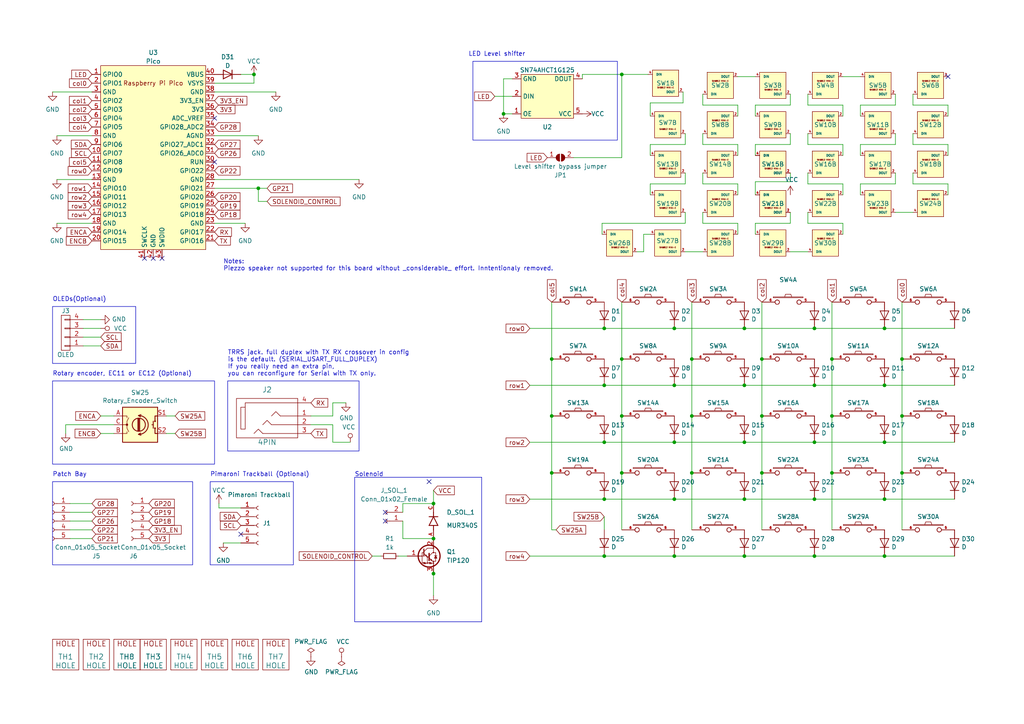
<source format=kicad_sch>
(kicad_sch (version 20230121) (generator eeschema)
  (paper "A4")
  (junction (at 195.58 161.29))
  (junction (at 74.93 54.61))
  (junction (at 180.34 120.65))
  (junction (at 125.73 156.21))
  (junction (at 220.98 120.65))
  (junction (at 256.54 111.76))
  (junction (at 160.02 137.16))
  (junction (at 241.3 104.14))
  (junction (at 215.9 144.78))
  (junction (at 236.22 128.27))
  (junction (at 160.02 104.14))
  (junction (at 195.58 128.27))
  (junction (at 261.62 104.14))
  (junction (at 195.58 111.76))
  (junction (at 195.58 95.25))
  (junction (at 241.3 120.65))
  (junction (at 256.54 128.27))
  (junction (at 236.22 161.29))
  (junction (at 73.66 21.59))
  (junction (at 175.26 95.25))
  (junction (at 256.54 161.29))
  (junction (at 256.54 95.25))
  (junction (at 125.73 166.37))
  (junction (at 215.9 128.27))
  (junction (at 175.26 128.27))
  (junction (at 261.62 120.65))
  (junction (at 215.9 111.76))
  (junction (at 200.66 120.65))
  (junction (at 220.98 104.14))
  (junction (at 215.9 95.25))
  (junction (at 175.26 144.78))
  (junction (at 180.34 104.14))
  (junction (at 180.34 137.16))
  (junction (at 241.3 137.16))
  (junction (at 195.58 144.78))
  (junction (at 175.26 161.29))
  (junction (at 215.9 161.29))
  (junction (at 125.73 146.05))
  (junction (at 236.22 144.78))
  (junction (at 236.22 111.76))
  (junction (at 220.98 137.16))
  (junction (at 261.62 137.16))
  (junction (at 175.26 111.76))
  (junction (at 180.34 21.59))
  (junction (at 256.54 144.78))
  (junction (at 200.66 137.16))
  (junction (at 146.05 33.02))
  (junction (at 236.22 95.25))
  (junction (at 160.02 120.65))
  (junction (at 200.66 104.14))
  (no_connect (at 62.23 46.99))
  (no_connect (at 62.23 34.29))
  (no_connect (at 69.85 154.94))
  (no_connect (at 111.76 148.59))
  (no_connect (at 44.45 74.93))
  (no_connect (at 124.46 139.7))
  (no_connect (at 111.76 151.13))
  (no_connect (at 41.91 74.93))
  (no_connect (at 46.99 74.93))
  (no_connect (at 274.955 22.225))
  (wire (pts (xy 244.475 56.515) (xy 244.475 53.34)))
  (wire (pts (xy 186.69 67.945) (xy 188.595 67.945)))
  (wire (pts (xy 200.66 137.16) (xy 200.66 153.67)))
  (polyline (pts (xy 102.87 180.34) (xy 139.7 180.34)))
  (wire (pts (xy 15.24 26.67) (xy 26.67 26.67)))
  (wire (pts (xy 175.26 128.27) (xy 153.67 128.27)))
  (wire (pts (xy 256.54 144.78) (xy 276.86 144.78)))
  (wire (pts (xy 203.835 30.48) (xy 203.835 27.305)))
  (wire (pts (xy 69.85 21.59) (xy 73.66 21.59)))
  (wire (pts (xy 234.315 53.34) (xy 234.315 50.165)))
  (wire (pts (xy 249.555 30.48) (xy 249.555 33.655)))
  (wire (pts (xy 96.52 123.19) (xy 96.52 128.27)))
  (wire (pts (xy 213.995 45.085) (xy 213.995 41.91)))
  (wire (pts (xy 188.595 29.845) (xy 188.595 33.655)))
  (wire (pts (xy 77.47 54.61) (xy 74.93 54.61)))
  (wire (pts (xy 229.235 52.705) (xy 219.075 52.705)))
  (polyline (pts (xy 139.7 180.34) (xy 139.7 138.43)))
  (wire (pts (xy 195.58 128.27) (xy 175.26 128.27)))
  (wire (pts (xy 244.475 41.91) (xy 234.315 41.91)))
  (wire (pts (xy 180.34 104.14) (xy 180.34 120.65)))
  (wire (pts (xy 175.26 111.76) (xy 153.67 111.76)))
  (wire (pts (xy 198.755 64.77) (xy 174.625 64.77)))
  (wire (pts (xy 175.26 144.78) (xy 153.67 144.78)))
  (wire (pts (xy 259.715 30.48) (xy 249.555 30.48)))
  (wire (pts (xy 259.715 61.595) (xy 264.795 61.595)))
  (wire (pts (xy 24.13 97.79) (xy 29.21 97.79)))
  (wire (pts (xy 125.73 166.37) (xy 125.73 172.72)))
  (wire (pts (xy 219.075 41.91) (xy 219.075 45.085)))
  (wire (pts (xy 186.69 73.025) (xy 186.69 67.945)))
  (wire (pts (xy 48.26 125.73) (xy 50.8 125.73)))
  (wire (pts (xy 174.625 64.77) (xy 174.625 67.945)))
  (wire (pts (xy 96.52 116.84) (xy 96.52 120.65)))
  (wire (pts (xy 198.755 41.91) (xy 188.595 41.91)))
  (wire (pts (xy 198.12 29.845) (xy 188.595 29.845)))
  (wire (pts (xy 219.075 52.705) (xy 219.075 56.515)))
  (wire (pts (xy 244.475 67.945) (xy 244.475 64.77)))
  (wire (pts (xy 203.835 53.34) (xy 203.835 50.165)))
  (wire (pts (xy 256.54 161.29) (xy 276.86 161.29)))
  (wire (pts (xy 188.595 53.34) (xy 188.595 56.515)))
  (wire (pts (xy 200.66 104.14) (xy 200.66 120.65)))
  (wire (pts (xy 261.62 120.65) (xy 261.62 104.14)))
  (wire (pts (xy 62.23 52.07) (xy 104.14 52.07)))
  (wire (pts (xy 215.9 144.78) (xy 236.22 144.78)))
  (wire (pts (xy 148.59 27.94) (xy 143.51 27.94)))
  (wire (pts (xy 198.755 38.735) (xy 198.755 41.91)))
  (wire (pts (xy 33.02 123.19) (xy 19.05 123.19)))
  (wire (pts (xy 168.91 21.59) (xy 180.34 21.59)))
  (wire (pts (xy 236.22 144.78) (xy 256.54 144.78)))
  (wire (pts (xy 146.05 22.86) (xy 148.59 22.86)))
  (wire (pts (xy 241.3 87.63) (xy 241.3 104.14)))
  (wire (pts (xy 256.54 95.25) (xy 236.22 95.25)))
  (wire (pts (xy 116.84 146.05) (xy 116.84 148.59)))
  (wire (pts (xy 200.66 87.63) (xy 200.66 104.14)))
  (wire (pts (xy 73.66 24.13) (xy 73.66 21.59)))
  (wire (pts (xy 249.555 41.91) (xy 249.555 45.085)))
  (wire (pts (xy 90.17 123.19) (xy 96.52 123.19)))
  (wire (pts (xy 229.235 41.91) (xy 219.075 41.91)))
  (wire (pts (xy 274.955 33.655) (xy 274.955 30.48)))
  (wire (pts (xy 63.5 147.32) (xy 69.85 147.32)))
  (wire (pts (xy 215.9 128.27) (xy 236.22 128.27)))
  (wire (pts (xy 195.58 95.25) (xy 175.26 95.25)))
  (wire (pts (xy 16.51 39.37) (xy 26.67 39.37)))
  (wire (pts (xy 180.34 45.72) (xy 180.34 21.59)))
  (wire (pts (xy 220.98 120.65) (xy 220.98 137.16)))
  (wire (pts (xy 29.21 100.33) (xy 24.13 100.33)))
  (wire (pts (xy 213.995 22.225) (xy 219.075 22.225)))
  (wire (pts (xy 229.235 27.305) (xy 229.235 30.48)))
  (wire (pts (xy 264.795 41.91) (xy 264.795 38.735)))
  (wire (pts (xy 249.555 53.34) (xy 249.555 56.515)))
  (wire (pts (xy 264.795 53.34) (xy 264.795 50.165)))
  (wire (pts (xy 115.57 161.29) (xy 118.11 161.29)))
  (wire (pts (xy 26.67 151.13) (xy 20.32 151.13)))
  (wire (pts (xy 241.3 137.16) (xy 241.3 153.67)))
  (wire (pts (xy 184.785 73.025) (xy 186.69 73.025)))
  (wire (pts (xy 175.26 149.86) (xy 175.26 153.67)))
  (wire (pts (xy 213.995 64.77) (xy 203.835 64.77)))
  (wire (pts (xy 96.52 120.65) (xy 90.17 120.65)))
  (wire (pts (xy 195.58 95.25) (xy 215.9 95.25)))
  (wire (pts (xy 244.475 30.48) (xy 234.315 30.48)))
  (wire (pts (xy 274.955 53.34) (xy 264.795 53.34)))
  (wire (pts (xy 213.995 53.34) (xy 203.835 53.34)))
  (wire (pts (xy 219.075 30.48) (xy 219.075 33.655)))
  (wire (pts (xy 213.995 41.91) (xy 203.835 41.91)))
  (wire (pts (xy 259.715 53.34) (xy 249.555 53.34)))
  (wire (pts (xy 264.795 30.48) (xy 264.795 27.305)))
  (wire (pts (xy 198.755 50.165) (xy 198.755 53.34)))
  (wire (pts (xy 200.66 120.65) (xy 200.66 137.16)))
  (wire (pts (xy 259.715 38.735) (xy 259.715 41.91)))
  (wire (pts (xy 274.955 30.48) (xy 264.795 30.48)))
  (wire (pts (xy 96.52 116.84) (xy 100.33 116.84)))
  (wire (pts (xy 29.21 125.73) (xy 33.02 125.73)))
  (wire (pts (xy 229.235 61.595) (xy 229.235 64.77)))
  (wire (pts (xy 244.475 33.655) (xy 244.475 30.48)))
  (wire (pts (xy 195.58 111.76) (xy 215.9 111.76)))
  (wire (pts (xy 175.26 161.29) (xy 195.58 161.29)))
  (wire (pts (xy 244.475 53.34) (xy 234.315 53.34)))
  (wire (pts (xy 198.755 73.025) (xy 203.835 73.025)))
  (wire (pts (xy 274.955 56.515) (xy 274.955 53.34)))
  (wire (pts (xy 256.54 111.76) (xy 276.86 111.76)))
  (wire (pts (xy 160.02 137.16) (xy 160.02 153.67)))
  (wire (pts (xy 229.235 38.735) (xy 229.235 41.91)))
  (wire (pts (xy 234.315 30.48) (xy 234.315 27.305)))
  (wire (pts (xy 24.13 95.25) (xy 29.21 95.25)))
  (wire (pts (xy 236.22 128.27) (xy 256.54 128.27)))
  (wire (pts (xy 26.67 146.05) (xy 20.32 146.05)))
  (wire (pts (xy 74.93 54.61) (xy 74.93 58.42)))
  (wire (pts (xy 203.835 41.91) (xy 203.835 38.735)))
  (wire (pts (xy 198.755 61.595) (xy 198.755 64.77)))
  (wire (pts (xy 236.22 111.76) (xy 256.54 111.76)))
  (wire (pts (xy 188.595 41.91) (xy 188.595 45.085)))
  (wire (pts (xy 241.3 104.14) (xy 241.3 120.65)))
  (wire (pts (xy 220.98 137.16) (xy 220.98 153.67)))
  (wire (pts (xy 26.67 153.67) (xy 20.32 153.67)))
  (wire (pts (xy 48.26 120.65) (xy 50.8 120.65)))
  (wire (pts (xy 160.02 120.65) (xy 160.02 137.16)))
  (wire (pts (xy 219.075 64.77) (xy 219.075 67.945)))
  (wire (pts (xy 213.995 33.655) (xy 213.995 30.48)))
  (wire (pts (xy 213.995 56.515) (xy 213.995 53.34)))
  (wire (pts (xy 220.98 104.14) (xy 220.98 120.65)))
  (wire (pts (xy 198.12 26.67) (xy 198.12 29.845)))
  (wire (pts (xy 220.98 87.63) (xy 220.98 104.14)))
  (wire (pts (xy 259.715 41.91) (xy 249.555 41.91)))
  (wire (pts (xy 180.34 87.63) (xy 180.34 104.14)))
  (wire (pts (xy 215.9 111.76) (xy 236.22 111.76)))
  (wire (pts (xy 180.34 21.59) (xy 187.96 21.59)))
  (wire (pts (xy 213.995 30.48) (xy 203.835 30.48)))
  (wire (pts (xy 146.05 33.02) (xy 148.59 33.02)))
  (polyline (pts (xy 102.87 138.43) (xy 139.7 138.43)))
  (wire (pts (xy 116.84 156.21) (xy 125.73 156.21)))
  (wire (pts (xy 256.54 128.27) (xy 276.86 128.27)))
  (wire (pts (xy 146.05 33.02) (xy 146.05 22.86)))
  (wire (pts (xy 244.475 45.085) (xy 244.475 41.91)))
  (wire (pts (xy 195.58 144.78) (xy 175.26 144.78)))
  (wire (pts (xy 62.23 26.67) (xy 80.01 26.67)))
  (wire (pts (xy 166.37 45.72) (xy 180.34 45.72)))
  (wire (pts (xy 96.52 128.27) (xy 101.6 128.27)))
  (wire (pts (xy 215.9 161.29) (xy 236.22 161.29)))
  (wire (pts (xy 16.51 64.77) (xy 26.67 64.77)))
  (wire (pts (xy 160.02 104.14) (xy 160.02 120.65)))
  (wire (pts (xy 116.84 156.21) (xy 116.84 151.13)))
  (wire (pts (xy 259.715 27.305) (xy 259.715 30.48)))
  (wire (pts (xy 180.34 137.16) (xy 180.34 153.67)))
  (wire (pts (xy 259.715 50.165) (xy 259.715 53.34)))
  (wire (pts (xy 62.23 64.77) (xy 71.12 64.77)))
  (wire (pts (xy 26.67 148.59) (xy 20.32 148.59)))
  (wire (pts (xy 24.13 92.71) (xy 29.21 92.71)))
  (wire (pts (xy 236.22 161.29) (xy 256.54 161.29)))
  (wire (pts (xy 203.835 64.77) (xy 203.835 61.595)))
  (wire (pts (xy 195.58 161.29) (xy 215.9 161.29)))
  (wire (pts (xy 195.58 144.78) (xy 215.9 144.78)))
  (wire (pts (xy 64.77 157.48) (xy 69.85 157.48)))
  (wire (pts (xy 160.02 87.63) (xy 160.02 104.14)))
  (wire (pts (xy 256.54 95.25) (xy 276.86 95.25)))
  (wire (pts (xy 125.73 142.24) (xy 125.73 146.05)))
  (wire (pts (xy 229.235 73.025) (xy 234.315 73.025)))
  (polyline (pts (xy 102.87 138.43) (xy 102.87 180.34)))
  (wire (pts (xy 195.58 128.27) (xy 215.9 128.27)))
  (wire (pts (xy 180.34 120.65) (xy 180.34 137.16)))
  (wire (pts (xy 62.23 24.13) (xy 73.66 24.13)))
  (wire (pts (xy 215.9 95.25) (xy 236.22 95.25)))
  (wire (pts (xy 16.51 52.07) (xy 26.67 52.07)))
  (wire (pts (xy 241.3 137.16) (xy 241.3 120.65)))
  (wire (pts (xy 229.235 50.165) (xy 229.235 52.705)))
  (wire (pts (xy 153.67 161.29) (xy 175.26 161.29)))
  (wire (pts (xy 213.995 67.945) (xy 213.995 64.77)))
  (wire (pts (xy 29.21 120.65) (xy 33.02 120.65)))
  (wire (pts (xy 244.475 64.77) (xy 234.315 64.77)))
  (wire (pts (xy 229.235 30.48) (xy 219.075 30.48)))
  (wire (pts (xy 26.67 156.21) (xy 20.32 156.21)))
  (wire (pts (xy 62.23 39.37) (xy 74.93 39.37)))
  (wire (pts (xy 19.05 123.19) (xy 19.05 125.73)))
  (wire (pts (xy 234.315 41.91) (xy 234.315 38.735)))
  (wire (pts (xy 116.84 146.05) (xy 125.73 146.05)))
  (wire (pts (xy 107.95 161.29) (xy 110.49 161.29)))
  (wire (pts (xy 274.955 41.91) (xy 264.795 41.91)))
  (wire (pts (xy 160.02 153.67) (xy 161.29 153.67)))
  (wire (pts (xy 261.62 104.14) (xy 261.62 87.63)))
  (wire (pts (xy 261.62 120.65) (xy 261.62 137.16)))
  (wire (pts (xy 168.91 21.59) (xy 168.91 22.86)))
  (wire (pts (xy 74.93 54.61) (xy 62.23 54.61)))
  (wire (pts (xy 125.73 165.1) (xy 125.73 166.37)))
  (wire (pts (xy 195.58 111.76) (xy 175.26 111.76)))
  (wire (pts (xy 244.475 22.225) (xy 249.555 22.225)))
  (wire (pts (xy 74.93 58.42) (xy 77.47 58.42)))
  (wire (pts (xy 274.955 45.085) (xy 274.955 41.91)))
  (wire (pts (xy 261.62 137.16) (xy 261.62 153.67)))
  (wire (pts (xy 234.315 64.77) (xy 234.315 61.595)))
  (wire (pts (xy 63.5 146.05) (xy 63.5 147.32)))
  (wire (pts (xy 229.235 64.77) (xy 219.075 64.77)))
  (wire (pts (xy 198.755 53.34) (xy 188.595 53.34)))
  (wire (pts (xy 175.26 95.25) (xy 153.67 95.25)))
  (rectangle (start 15.24 88.9) (end 39.37 105.41))
  (rectangle (start 15.24 110.49) (end 62.23 134.62))
  (rectangle (start 66.04 110.49) (end 104.14 130.81))
  (rectangle (start 15.24 139.7) (end 55.88 163.83))
  (rectangle (start 137.16 17.78) (end 179.07 40.64))
  (rectangle (start 60.96 139.7) (end 85.09 163.83))
  (text "TRRS jack. full duplex with TX RX crossover in config \nis the default. (SERIAL_USART_FULL_DUPLEX)\nIf you really need an extra pin, \nyou can reconfigure for Serial with TX only." (at 66.04 109.22 0) (effects (font (size 1.27 1.27)) (justify left bottom)))
  (text "Pimaroni Trackball (Optional)\n" (at 60.96 138.43 0) (effects (font (size 1.27 1.27)) (justify left bottom)))
  (text "Solenoid" (at 102.87 138.43 0) (effects (font (size 1.27 1.27)) (justify left bottom)))
  (text "Rotary encoder, EC11 or EC12 (Optional)\n" (at 15.24 109.22 0) (effects (font (size 1.27 1.27)) (justify left bottom)))
  (text "LED Level shifter" (at 152.4 16.51 0) (effects (font (size 1.27 1.27)) (justify right bottom)))
  (text "OLEDs(Optional)\n" (at 15.24 87.63 0) (effects (font (size 1.27 1.27)) (justify left bottom)))
  (text "Patch Bay" (at 15.24 138.43 0) (effects (font (size 1.27 1.27)) (justify left bottom)))
  (text "Notes:\nPiezzo speaker not supported for this board without _considerable_ effort. Inntentionaly removed.\n" (at 64.77 78.74 0) (effects (font (size 1.27 1.27)) (justify left bottom)))
  (global_label "SDA" (shape input) (at 29.21 100.33 0) (property "Intersheetrefs" "${INTERSHEET_REFS}" (effects hide)))
  (global_label "SCL" (shape input) (at 29.21 97.79 0) (property "Intersheetrefs" "${INTERSHEET_REFS}" (effects hide)))
  (global_label "GP19" (shape input) (at 62.23 59.69 0) (property "Intersheetrefs" "${INTERSHEET_REFS}" (effects hide)))
  (global_label "GP26" (shape input) (at 26.67 151.13 0) (property "Intersheetrefs" "${INTERSHEET_REFS}" (effects hide)))
  (global_label "3V3" (shape input) (at 62.23 31.75 0) (property "Intersheetrefs" "${INTERSHEET_REFS}" (effects hide)))
  (global_label "row2" (shape input) (at 153.67 128.27 180) (property "Intersheetrefs" "${INTERSHEET_REFS}" (effects hide)))
  (global_label "SW25A" (shape input) (at 161.29 153.67 0) (property "Intersheetrefs" "${INTERSHEET_REFS}" (effects hide)))
  (global_label "col0" (shape input) (at 261.62 87.63 90) (property "Intersheetrefs" "${INTERSHEET_REFS}" (effects hide)))
  (global_label "GP18" (shape input) (at 43.18 151.13 0) (property "Intersheetrefs" "${INTERSHEET_REFS}" (effects hide)))
  (global_label "col2" (shape input) (at 26.67 31.75 180) (property "Intersheetrefs" "${INTERSHEET_REFS}" (effects hide)))
  (global_label "col0" (shape input) (at 26.67 24.13 180) (property "Intersheetrefs" "${INTERSHEET_REFS}" (effects hide)))
  (global_label "GP27" (shape input) (at 62.23 41.91 0) (property "Intersheetrefs" "${INTERSHEET_REFS}" (effects hide)))
  (global_label "GP27" (shape input) (at 26.67 148.59 0) (property "Intersheetrefs" "${INTERSHEET_REFS}" (effects hide)))
  (global_label "col4" (shape input) (at 26.67 36.83 180) (property "Intersheetrefs" "${INTERSHEET_REFS}" (effects hide)))
  (global_label "GP22" (shape input) (at 62.23 49.53 0) (property "Intersheetrefs" "${INTERSHEET_REFS}" (effects hide)))
  (global_label "GP22" (shape input) (at 26.67 153.67 0) (property "Intersheetrefs" "${INTERSHEET_REFS}" (effects hide)))
  (global_label "row1" (shape input) (at 26.67 54.61 180) (property "Intersheetrefs" "${INTERSHEET_REFS}" (effects hide)))
  (global_label "SOLENOID_CONTROL" (shape input) (at 77.47 58.42 0) (property "Intersheetrefs" "${INTERSHEET_REFS}" (effects hide)))
  (global_label "ENCA" (shape input) (at 26.67 67.31 180) (property "Intersheetrefs" "${INTERSHEET_REFS}" (effects hide)))
  (global_label "TX" (shape input) (at 90.17 125.73 0) (property "Intersheetrefs" "${INTERSHEET_REFS}" (effects hide)))
  (global_label "ENCB" (shape input) (at 29.21 125.73 180) (property "Intersheetrefs" "${INTERSHEET_REFS}" (effects hide)))
  (global_label "row4" (shape input) (at 153.67 161.29 180) (property "Intersheetrefs" "${INTERSHEET_REFS}" (effects hide)))
  (global_label "row0" (shape input) (at 153.67 95.25 180) (property "Intersheetrefs" "${INTERSHEET_REFS}" (effects hide)))
  (global_label "col4" (shape input) (at 180.34 87.63 90) (property "Intersheetrefs" "${INTERSHEET_REFS}" (effects hide)))
  (global_label "LED" (shape input) (at 158.75 45.72 180) (property "Intersheetrefs" "${INTERSHEET_REFS}" (effects hide)))
  (global_label "ENCB" (shape input) (at 26.67 69.85 180) (property "Intersheetrefs" "${INTERSHEET_REFS}" (effects hide)))
  (global_label "SCL" (shape input) (at 69.85 152.4 180) (property "Intersheetrefs" "${INTERSHEET_REFS}" (effects hide)))
  (global_label "col2" (shape input) (at 220.98 87.63 90) (property "Intersheetrefs" "${INTERSHEET_REFS}" (effects hide)))
  (global_label "col3" (shape input) (at 26.67 34.29 180) (property "Intersheetrefs" "${INTERSHEET_REFS}" (effects hide)))
  (global_label "GP20" (shape input) (at 62.23 57.15 0) (property "Intersheetrefs" "${INTERSHEET_REFS}" (effects hide)))
  (global_label "LED" (shape input) (at 26.67 21.59 180) (property "Intersheetrefs" "${INTERSHEET_REFS}" (effects hide)))
  (global_label "SDA" (shape input) (at 69.85 149.86 180) (property "Intersheetrefs" "${INTERSHEET_REFS}" (effects hide)))
  (global_label "GP19" (shape input) (at 43.18 148.59 0) (property "Intersheetrefs" "${INTERSHEET_REFS}" (effects hide)))
  (global_label "row3" (shape input) (at 153.67 144.78 180) (property "Intersheetrefs" "${INTERSHEET_REFS}" (effects hide)))
  (global_label "row2" (shape input) (at 26.67 57.15 180) (property "Intersheetrefs" "${INTERSHEET_REFS}" (effects hide)))
  (global_label "col5" (shape input) (at 160.02 87.63 90) (property "Intersheetrefs" "${INTERSHEET_REFS}" (effects hide)))
  (global_label "GP21" (shape input) (at 77.47 54.61 0) (property "Intersheetrefs" "${INTERSHEET_REFS}" (effects hide)))
  (global_label "3V3" (shape input) (at 43.18 156.21 0) (property "Intersheetrefs" "${INTERSHEET_REFS}" (effects hide)))
  (global_label "GP20" (shape input) (at 43.18 146.05 0) (property "Intersheetrefs" "${INTERSHEET_REFS}" (effects hide)))
  (global_label "GP21" (shape input) (at 26.67 156.21 0) (property "Intersheetrefs" "${INTERSHEET_REFS}" (effects hide)))
  (global_label "RX" (shape input) (at 62.23 67.31 0) (property "Intersheetrefs" "${INTERSHEET_REFS}" (effects hide)))
  (global_label "3V3_EN" (shape input) (at 62.23 29.21 0) (property "Intersheetrefs" "${INTERSHEET_REFS}" (effects hide)))
  (global_label "col1" (shape input) (at 26.67 29.21 180) (property "Intersheetrefs" "${INTERSHEET_REFS}" (effects hide)))
  (global_label "GP18" (shape input) (at 62.23 62.23 0) (property "Intersheetrefs" "${INTERSHEET_REFS}" (effects hide)))
  (global_label "GP26" (shape input) (at 62.23 44.45 0) (property "Intersheetrefs" "${INTERSHEET_REFS}" (effects hide)))
  (global_label "col5" (shape input) (at 26.67 46.99 180) (property "Intersheetrefs" "${INTERSHEET_REFS}" (effects hide)))
  (global_label "ENCA" (shape input) (at 29.21 120.65 180) (property "Intersheetrefs" "${INTERSHEET_REFS}" (effects hide)))
  (global_label "SW25B" (shape input) (at 175.26 149.86 180) (property "Intersheetrefs" "${INTERSHEET_REFS}" (effects hide)))
  (global_label "SCL" (shape input) (at 26.67 44.45 180) (property "Intersheetrefs" "${INTERSHEET_REFS}" (effects hide)))
  (global_label "SOLENOID_CONTROL" (shape input) (at 107.95 161.29 180) (property "Intersheetrefs" "${INTERSHEET_REFS}" (effects hide)))
  (global_label "GP28" (shape input) (at 62.23 36.83 0) (property "Intersheetrefs" "${INTERSHEET_REFS}" (effects hide)))
  (global_label "VCC" (shape input) (at 125.73 142.24 0) (property "Intersheetrefs" "${INTERSHEET_REFS}" (effects hide)))
  (global_label "col3" (shape input) (at 200.66 87.63 90) (property "Intersheetrefs" "${INTERSHEET_REFS}" (effects hide)))
  (global_label "row3" (shape input) (at 26.67 59.69 180) (property "Intersheetrefs" "${INTERSHEET_REFS}" (effects hide)))
  (global_label "LED" (shape input) (at 143.51 27.94 180) (property "Intersheetrefs" "${INTERSHEET_REFS}" (effects hide)))
  (global_label "SW25B" (shape input) (at 50.8 125.73 0) (property "Intersheetrefs" "${INTERSHEET_REFS}" (effects hide)))
  (global_label "SDA" (shape input) (at 26.67 41.91 180) (property "Intersheetrefs" "${INTERSHEET_REFS}" (effects hide)))
  (global_label "row1" (shape input) (at 153.67 111.76 180) (property "Intersheetrefs" "${INTERSHEET_REFS}" (effects hide)))
  (global_label "row4" (shape input) (at 26.67 62.23 180) (property "Intersheetrefs" "${INTERSHEET_REFS}" (effects hide)))
  (global_label "TX" (shape input) (at 62.23 69.85 0) (property "Intersheetrefs" "${INTERSHEET_REFS}" (effects hide)))
  (global_label "row0" (shape input) (at 26.67 49.53 180) (property "Intersheetrefs" "${INTERSHEET_REFS}" (effects hide)))
  (global_label "3V3_EN" (shape input) (at 43.18 153.67 0) (property "Intersheetrefs" "${INTERSHEET_REFS}" (effects hide)))
  (global_label "SW25A" (shape input) (at 50.8 120.65 0) (property "Intersheetrefs" "${INTERSHEET_REFS}" (effects hide)))
  (global_label "RX" (shape input) (at 90.17 116.84 0) (property "Intersheetrefs" "${INTERSHEET_REFS}" (effects hide)))
  (global_label "col1" (shape input) (at 241.3 87.63 90) (property "Intersheetrefs" "${INTERSHEET_REFS}" (effects hide)))
  (global_label "GP28" (shape input) (at 26.67 146.05 0) (property "Intersheetrefs" "${INTERSHEET_REFS}" (effects hide)))
  (symbol (lib_id "SofleKeyboard:SW_PUSH_LED") (at 187.96 153.67 0) (unit 1)
    (property "Reference" "SW26" (at 187.96 149.86 0))
    (property "Value" "SW_PUSH_LED" (effects hide))
    (property "Footprint" "sofle_v3b:Cherry_MX_DS_Hotswap_miniE_1U_v3.03" (effects hide))
  )
  (symbol (lib_id "SofleKeyboard:SW_PUSH_LED") (at 167.64 87.63 0) (unit 1)
    (property "Reference" "SW1" (at 167.64 83.82 0))
    (property "Value" "SW_PUSH_LED" (effects hide))
    (property "Footprint" "sofle_v3b:Cherry_MX_DS_Hotswap_miniE_1U_v3.03" (effects hide))
  )
  (symbol (lib_id "SofleKeyboard-rescue:D-Lily58-cache-Lily58_Pro-rescue") (at 175.26 91.44 90) (unit 1)
    (property "Reference" "D1" (at 177.2666 90.2716 90) (effects (justify right)))
    (property "Value" "D" (at 177.2666 92.583 90) (effects (justify right)))
    (property "Footprint" "sofle_v3b:D_SOD-123_DO-35_Hybrid_DoubleSided_V2" (effects hide))
  )
  (symbol (lib_id "SofleKeyboard:SW_PUSH_LED") (at 187.96 87.63 0) (unit 1)
    (property "Reference" "SW2" (at 187.96 83.82 0))
    (property "Value" "SW_PUSH_LED" (effects hide))
    (property "Footprint" "sofle_v3b:Cherry_MX_DS_Hotswap_miniE_1U_v3.03" (effects hide))
  )
  (symbol (lib_id "SofleKeyboard-rescue:D-Lily58-cache-Lily58_Pro-rescue") (at 195.58 91.44 90) (unit 1)
    (property "Reference" "D2" (at 197.5866 90.2716 90) (effects (justify right)))
    (property "Value" "D" (at 197.5866 92.583 90) (effects (justify right)))
    (property "Footprint" "sofle_v3b:D_SOD-123_DO-35_Hybrid_DoubleSided_V2" (effects hide))
  )
  (symbol (lib_id "SofleKeyboard:SW_PUSH_LED") (at 208.28 87.63 0) (unit 1)
    (property "Reference" "SW3" (at 208.28 83.82 0))
    (property "Value" "SW_PUSH_LED" (effects hide))
    (property "Footprint" "sofle_v3b:Cherry_MX_DS_Hotswap_miniE_1U_v3.03" (effects hide))
  )
  (symbol (lib_id "SofleKeyboard-rescue:D-Lily58-cache-Lily58_Pro-rescue") (at 215.9 91.44 90) (unit 1)
    (property "Reference" "D3" (at 217.9066 90.2716 90) (effects (justify right)))
    (property "Value" "D" (at 217.9066 92.583 90) (effects (justify right)))
    (property "Footprint" "sofle_v3b:D_SOD-123_DO-35_Hybrid_DoubleSided_V2" (effects hide))
  )
  (symbol (lib_id "SofleKeyboard:SW_PUSH_LED") (at 228.6 87.63 0) (unit 1)
    (property "Reference" "SW4" (at 228.6 81.153 0))
    (property "Value" "SW_PUSH_LED" (effects hide))
    (property "Footprint" "sofle_v3b:Cherry_MX_DS_Hotswap_miniE_1U_v3.03" (effects hide))
  )
  (symbol (lib_id "SofleKeyboard-rescue:D-Lily58-cache-Lily58_Pro-rescue") (at 236.22 91.44 90) (unit 1)
    (property "Reference" "D4" (at 238.2266 90.2716 90) (effects (justify right)))
    (property "Value" "D" (at 238.2266 92.583 90) (effects (justify right)))
    (property "Footprint" "sofle_v3b:D_SOD-123_DO-35_Hybrid_DoubleSided_V2" (effects hide))
  )
  (symbol (lib_id "SofleKeyboard:SW_PUSH_LED") (at 248.92 87.63 0) (unit 1)
    (property "Reference" "SW5" (at 248.92 83.82 0))
    (property "Value" "SW_PUSH_LED" (effects hide))
    (property "Footprint" "sofle_v3b:Cherry_MX_DS_Hotswap_miniE_1U_v3.03" (effects hide))
  )
  (symbol (lib_id "SofleKeyboard-rescue:D-Lily58-cache-Lily58_Pro-rescue") (at 256.54 91.44 90) (unit 1)
    (property "Reference" "D5" (at 258.5466 90.2716 90) (effects (justify right)))
    (property "Value" "D" (at 258.5466 92.583 90) (effects (justify right)))
    (property "Footprint" "sofle_v3b:D_SOD-123_DO-35_Hybrid_DoubleSided_V2" (effects hide))
  )
  (symbol (lib_id "SofleKeyboard:SW_PUSH_LED") (at 269.24 87.63 0) (unit 1)
    (property "Reference" "SW6" (at 269.24 83.82 0))
    (property "Value" "SW_PUSH_LED" (effects hide))
    (property "Footprint" "sofle_v3b:Cherry_MX_DS_Hotswap_miniE_1U_v3.03" (effects hide))
  )
  (symbol (lib_id "SofleKeyboard-rescue:D-Lily58-cache-Lily58_Pro-rescue") (at 276.86 91.44 90) (unit 1)
    (property "Reference" "D6" (at 278.8666 90.2716 90) (effects (justify right)))
    (property "Value" "D" (at 278.8666 92.583 90) (effects (justify right)))
    (property "Footprint" "sofle_v3b:D_SOD-123_DO-35_Hybrid_DoubleSided_V2" (effects hide))
  )
  (symbol (lib_id "SofleKeyboard:SW_PUSH_LED") (at 187.96 104.14 0) (unit 1)
    (property "Reference" "SW8" (at 187.96 100.33 0))
    (property "Value" "SW_PUSH_LED" (effects hide))
    (property "Footprint" "sofle_v3b:Cherry_MX_DS_Hotswap_miniE_1U_v3.03" (effects hide))
  )
  (symbol (lib_id "SofleKeyboard:SW_PUSH_LED") (at 208.28 104.14 0) (unit 1)
    (property "Reference" "SW9" (at 208.28 100.33 0))
    (property "Value" "SW_PUSH_LED" (effects hide))
    (property "Footprint" "sofle_v3b:Cherry_MX_DS_Hotswap_miniE_1U_v3.03" (effects hide))
  )
  (symbol (lib_id "SofleKeyboard:SW_PUSH_LED") (at 228.6 104.14 0) (unit 1)
    (property "Reference" "SW10" (at 228.6 100.33 0))
    (property "Value" "SW_PUSH_LED" (effects hide))
    (property "Footprint" "sofle_v3b:Cherry_MX_DS_Hotswap_miniE_1U_v3.03" (effects hide))
  )
  (symbol (lib_id "SofleKeyboard:SW_PUSH_LED") (at 248.92 104.14 0) (unit 1)
    (property "Reference" "SW11" (at 248.92 100.33 0))
    (property "Value" "SW_PUSH_LED" (effects hide))
    (property "Footprint" "sofle_v3b:Cherry_MX_DS_Hotswap_miniE_1U_v3.03" (effects hide))
  )
  (symbol (lib_id "SofleKeyboard:SW_PUSH_LED") (at 269.24 104.14 0) (unit 1)
    (property "Reference" "SW12" (at 269.24 100.33 0))
    (property "Value" "SW_PUSH_LED" (effects hide))
    (property "Footprint" "sofle_v3b:Cherry_MX_DS_Hotswap_miniE_1U_v3.03" (effects hide))
  )
  (symbol (lib_id "SofleKeyboard:SW_PUSH_LED") (at 167.64 104.14 0) (unit 1)
    (property "Reference" "SW7" (at 167.64 100.33 0))
    (property "Value" "SW_PUSH_LED" (effects hide))
    (property "Footprint" "sofle_v3b:Cherry_MX_DS_Hotswap_miniE_1U_v3.03" (effects hide))
  )
  (symbol (lib_id "SofleKeyboard-rescue:D-Lily58-cache-Lily58_Pro-rescue") (at 175.26 107.95 90) (unit 1)
    (property "Reference" "D7" (at 177.2666 106.7816 90) (effects (justify right)))
    (property "Value" "D" (at 177.2666 109.093 90) (effects (justify right)))
    (property "Footprint" "sofle_v3b:D_SOD-123_DO-35_Hybrid_DoubleSided_V2" (effects hide))
  )
  (symbol (lib_id "SofleKeyboard-rescue:D-Lily58-cache-Lily58_Pro-rescue") (at 195.58 107.95 90) (unit 1)
    (property "Reference" "D8" (at 197.5866 106.7816 90) (effects (justify right)))
    (property "Value" "D" (at 197.5866 109.093 90) (effects (justify right)))
    (property "Footprint" "sofle_v3b:D_SOD-123_DO-35_Hybrid_DoubleSided_V2" (effects hide))
  )
  (symbol (lib_id "SofleKeyboard-rescue:D-Lily58-cache-Lily58_Pro-rescue") (at 215.9 107.95 90) (unit 1)
    (property "Reference" "D9" (at 217.9066 106.7816 90) (effects (justify right)))
    (property "Value" "D" (at 217.9066 109.093 90) (effects (justify right)))
    (property "Footprint" "sofle_v3b:D_SOD-123_DO-35_Hybrid_DoubleSided_V2" (effects hide))
  )
  (symbol (lib_id "SofleKeyboard-rescue:D-Lily58-cache-Lily58_Pro-rescue") (at 236.22 107.95 90) (unit 1)
    (property "Reference" "D10" (at 238.2266 106.7816 90) (effects (justify right)))
    (property "Value" "D" (at 238.2266 109.093 90) (effects (justify right)))
    (property "Footprint" "sofle_v3b:D_SOD-123_DO-35_Hybrid_DoubleSided_V2" (effects hide))
  )
  (symbol (lib_id "SofleKeyboard-rescue:D-Lily58-cache-Lily58_Pro-rescue") (at 256.54 107.95 90) (unit 1)
    (property "Reference" "D11" (at 258.5466 106.7816 90) (effects (justify right)))
    (property "Value" "D" (at 258.5466 109.093 90) (effects (justify right)))
    (property "Footprint" "sofle_v3b:D_SOD-123_DO-35_Hybrid_DoubleSided_V2" (effects hide))
  )
  (symbol (lib_id "SofleKeyboard-rescue:D-Lily58-cache-Lily58_Pro-rescue") (at 276.86 107.95 90) (unit 1)
    (property "Reference" "D12" (at 278.8666 106.7816 90) (effects (justify right)))
    (property "Value" "D" (at 278.8666 109.093 90) (effects (justify right)))
    (property "Footprint" "sofle_v3b:D_SOD-123_DO-35_Hybrid_DoubleSided_V2" (effects hide))
  )
  (symbol (lib_id "SofleKeyboard:SW_PUSH_LED") (at 167.64 120.65 0) (unit 1)
    (property "Reference" "SW13" (at 167.64 116.84 0))
    (property "Value" "SW_PUSH_LED" (effects hide))
    (property "Footprint" "sofle_v3b:Cherry_MX_DS_Hotswap_miniE_1U_v3.03" (effects hide))
  )
  (symbol (lib_id "SofleKeyboard:SW_PUSH_LED") (at 187.96 120.65 0) (unit 1)
    (property "Reference" "SW14" (at 187.96 116.84 0))
    (property "Value" "SW_PUSH_LED" (effects hide))
    (property "Footprint" "sofle_v3b:Cherry_MX_DS_Hotswap_miniE_1U_v3.03" (effects hide))
  )
  (symbol (lib_id "SofleKeyboard:SW_PUSH_LED") (at 208.28 120.65 0) (unit 1)
    (property "Reference" "SW15" (at 208.28 116.84 0))
    (property "Value" "SW_PUSH_LED" (effects hide))
    (property "Footprint" "sofle_v3b:Cherry_MX_DS_Hotswap_miniE_1U_v3.03" (effects hide))
  )
  (symbol (lib_id "SofleKeyboard:SW_PUSH_LED") (at 228.6 120.65 0) (unit 1)
    (property "Reference" "SW16" (at 228.6 116.84 0))
    (property "Value" "SW_PUSH_LED" (effects hide))
    (property "Footprint" "sofle_v3b:Cherry_MX_DS_Hotswap_miniE_1U_v3.03" (effects hide))
  )
  (symbol (lib_id "SofleKeyboard:SW_PUSH_LED") (at 248.92 120.65 0) (unit 1)
    (property "Reference" "SW17" (at 248.92 116.84 0))
    (property "Value" "SW_PUSH_LED" (effects hide))
    (property "Footprint" "sofle_v3b:Cherry_MX_DS_Hotswap_miniE_1U_v3.03" (effects hide))
  )
  (symbol (lib_id "SofleKeyboard:SW_PUSH_LED") (at 269.24 120.65 0) (unit 1)
    (property "Reference" "SW18" (at 269.24 116.84 0))
    (property "Value" "SW_PUSH_LED" (effects hide))
    (property "Footprint" "sofle_v3b:Cherry_MX_DS_Hotswap_miniE_1U_v3.03" (effects hide))
  )
  (symbol (lib_id "SofleKeyboard-rescue:D-Lily58-cache-Lily58_Pro-rescue") (at 175.26 124.46 90) (unit 1)
    (property "Reference" "D13" (at 177.2666 123.2916 90) (effects (justify right)))
    (property "Value" "D" (at 177.2666 125.603 90) (effects (justify right)))
    (property "Footprint" "sofle_v3b:D_SOD-123_DO-35_Hybrid_DoubleSided_V2" (effects hide))
  )
  (symbol (lib_id "SofleKeyboard-rescue:D-Lily58-cache-Lily58_Pro-rescue") (at 195.58 124.46 90) (unit 1)
    (property "Reference" "D14" (at 197.5866 123.2916 90) (effects (justify right)))
    (property "Value" "D" (at 197.5866 125.603 90) (effects (justify right)))
    (property "Footprint" "sofle_v3b:D_SOD-123_DO-35_Hybrid_DoubleSided_V2" (effects hide))
  )
  (symbol (lib_id "SofleKeyboard-rescue:D-Lily58-cache-Lily58_Pro-rescue") (at 215.9 124.46 90) (unit 1)
    (property "Reference" "D15" (at 217.9066 123.2916 90) (effects (justify right)))
    (property "Value" "D" (at 217.9066 125.603 90) (effects (justify right)))
    (property "Footprint" "sofle_v3b:D_SOD-123_DO-35_Hybrid_DoubleSided_V2" (effects hide))
  )
  (symbol (lib_id "SofleKeyboard-rescue:D-Lily58-cache-Lily58_Pro-rescue") (at 236.22 124.46 90) (unit 1)
    (property "Reference" "D16" (at 238.2266 123.2916 90) (effects (justify right)))
    (property "Value" "D" (at 238.2266 125.603 90) (effects (justify right)))
    (property "Footprint" "sofle_v3b:D_SOD-123_DO-35_Hybrid_DoubleSided_V2" (effects hide))
  )
  (symbol (lib_id "SofleKeyboard-rescue:D-Lily58-cache-Lily58_Pro-rescue") (at 256.54 124.46 90) (unit 1)
    (property "Reference" "D17" (at 258.5466 123.2916 90) (effects (justify right)))
    (property "Value" "D" (at 258.5466 125.603 90) (effects (justify right)))
    (property "Footprint" "sofle_v3b:D_SOD-123_DO-35_Hybrid_DoubleSided_V2" (effects hide))
  )
  (symbol (lib_id "SofleKeyboard-rescue:D-Lily58-cache-Lily58_Pro-rescue") (at 276.86 124.46 90) (unit 1)
    (property "Reference" "D18" (at 278.8666 123.2916 90) (effects (justify right)))
    (property "Value" "D" (at 278.8666 125.603 90) (effects (justify right)))
    (property "Footprint" "sofle_v3b:D_SOD-123_DO-35_Hybrid_DoubleSided_V2" (effects hide))
  )
  (symbol (lib_id "SofleKeyboard:SW_PUSH_LED") (at 208.28 137.16 0) (unit 1)
    (property "Reference" "SW21" (at 208.28 133.35 0))
    (property "Value" "SW_PUSH_LED" (effects hide))
    (property "Footprint" "sofle_v3b:Cherry_MX_DS_Hotswap_miniE_1U_v3.03" (effects hide))
  )
  (symbol (lib_id "SofleKeyboard:SW_PUSH_LED") (at 228.6 137.16 0) (unit 1)
    (property "Reference" "SW22" (at 228.6 133.35 0))
    (property "Value" "SW_PUSH_LED" (effects hide))
    (property "Footprint" "sofle_v3b:Cherry_MX_DS_Hotswap_miniE_1U_v3.03" (effects hide))
  )
  (symbol (lib_id "SofleKeyboard:SW_PUSH_LED") (at 248.92 137.16 0) (unit 1)
    (property "Reference" "SW23" (at 248.92 133.35 0))
    (property "Value" "SW_PUSH_LED" (effects hide))
    (property "Footprint" "sofle_v3b:Cherry_MX_DS_Hotswap_miniE_1U_v3.03" (effects hide))
  )
  (symbol (lib_id "SofleKeyboard:SW_PUSH_LED") (at 269.24 137.16 0) (unit 1)
    (property "Reference" "SW24" (at 269.24 133.35 0))
    (property "Value" "SW_PUSH_LED" (effects hide))
    (property "Footprint" "sofle_v3b:Cherry_MX_DS_Hotswap_miniE_1U_v3.03" (effects hide))
  )
  (symbol (lib_id "SofleKeyboard:SW_PUSH_LED") (at 187.96 137.16 0) (unit 1)
    (property "Reference" "SW20" (at 187.96 133.35 0))
    (property "Value" "SW_PUSH_LED" (effects hide))
    (property "Footprint" "sofle_v3b:Cherry_MX_DS_Hotswap_miniE_1U_v3.03" (effects hide))
  )
  (symbol (lib_id "SofleKeyboard:SW_PUSH_LED") (at 167.64 137.16 0) (unit 1)
    (property "Reference" "SW19" (at 167.64 133.35 0))
    (property "Value" "SW_PUSH_LED" (effects hide))
    (property "Footprint" "sofle_v3b:Cherry_MX_DS_Hotswap_miniE_1U_v3.03" (effects hide))
  )
  (symbol (lib_id "SofleKeyboard-rescue:D-Lily58-cache-Lily58_Pro-rescue") (at 175.26 140.97 90) (unit 1)
    (property "Reference" "D19" (at 177.2666 139.8016 90) (effects (justify right)))
    (property "Value" "D" (at 177.2666 142.113 90) (effects (justify right)))
    (property "Footprint" "sofle_v3b:D_SOD-123_DO-35_Hybrid_DoubleSided_V2" (effects hide))
  )
  (symbol (lib_id "SofleKeyboard-rescue:D-Lily58-cache-Lily58_Pro-rescue") (at 195.58 140.97 90) (unit 1)
    (property "Reference" "D20" (at 197.5866 139.8016 90) (effects (justify right)))
    (property "Value" "D" (at 197.5866 142.113 90) (effects (justify right)))
    (property "Footprint" "sofle_v3b:D_SOD-123_DO-35_Hybrid_DoubleSided_V2" (effects hide))
  )
  (symbol (lib_id "SofleKeyboard-rescue:D-Lily58-cache-Lily58_Pro-rescue") (at 215.9 140.97 90) (unit 1)
    (property "Reference" "D21" (at 217.9066 139.8016 90) (effects (justify right)))
    (property "Value" "D" (at 217.9066 142.113 90) (effects (justify right)))
    (property "Footprint" "sofle_v3b:D_SOD-123_DO-35_Hybrid_DoubleSided_V2" (effects hide))
  )
  (symbol (lib_id "SofleKeyboard-rescue:D-Lily58-cache-Lily58_Pro-rescue") (at 236.22 140.97 90) (unit 1)
    (property "Reference" "D22" (at 238.2266 139.8016 90) (effects (justify right)))
    (property "Value" "D" (at 238.2266 142.113 90) (effects (justify right)))
    (property "Footprint" "sofle_v3b:D_SOD-123_DO-35_Hybrid_DoubleSided_V2" (effects hide))
  )
  (symbol (lib_id "SofleKeyboard-rescue:D-Lily58-cache-Lily58_Pro-rescue") (at 256.54 140.97 90) (unit 1)
    (property "Reference" "D23" (at 258.5466 139.8016 90) (effects (justify right)))
    (property "Value" "D" (at 258.5466 142.113 90) (effects (justify right)))
    (property "Footprint" "sofle_v3b:D_SOD-123_DO-35_Hybrid_DoubleSided_V2" (effects hide))
  )
  (symbol (lib_id "SofleKeyboard-rescue:D-Lily58-cache-Lily58_Pro-rescue") (at 276.86 140.97 90) (unit 1)
    (property "Reference" "D24" (at 278.8666 139.8016 90) (effects (justify right)))
    (property "Value" "D" (at 278.8666 142.113 90) (effects (justify right)))
    (property "Footprint" "sofle_v3b:D_SOD-123_DO-35_Hybrid_DoubleSided_V2" (effects hide))
  )
  (symbol (lib_id "SofleKeyboard:SW_PUSH_LED") (at 208.28 153.67 0) (unit 1)
    (property "Reference" "SW27" (at 208.28 149.86 0))
    (property "Value" "SW_PUSH_LED" (effects hide))
    (property "Footprint" "sofle_v3b:Cherry_MX_DS_Hotswap_miniE_1U_v3.03" (effects hide))
  )
  (symbol (lib_id "SofleKeyboard:SW_PUSH_LED") (at 228.6 153.67 0) (unit 1)
    (property "Reference" "SW28" (at 228.6 149.86 0))
    (property "Value" "SW_PUSH_LED" (effects hide))
    (property "Footprint" "sofle_v3b:Cherry_MX_DS_Hotswap_miniE_1U_v3.03" (effects hide))
  )
  (symbol (lib_id "SofleKeyboard:SW_PUSH_LED") (at 248.92 153.67 0) (unit 1)
    (property "Reference" "SW29" (at 248.92 149.86 0))
    (property "Value" "SW_PUSH_LED" (effects hide))
    (property "Footprint" "sofle_v3b:Cherry_MX_DS_Hotswap_miniE_1U_v3.03" (effects hide))
  )
  (symbol (lib_id "SofleKeyboard-rescue:D-Lily58-cache-Lily58_Pro-rescue") (at 175.26 157.48 90) (unit 1)
    (property "Reference" "D25" (at 177.2666 156.3116 90) (effects (justify right)))
    (property "Value" "D" (at 177.2666 158.623 90) (effects (justify right)))
    (property "Footprint" "sofle_v3b:D_SOD-123_DO-35_Hybrid_DoubleSided_V2" (effects hide))
  )
  (symbol (lib_id "SofleKeyboard-rescue:D-Lily58-cache-Lily58_Pro-rescue") (at 195.58 157.48 90) (unit 1)
    (property "Reference" "D26" (at 197.5866 156.3116 90) (effects (justify right)))
    (property "Value" "D" (at 197.5866 158.623 90) (effects (justify right)))
    (property "Footprint" "sofle_v3b:D_SOD-123_DO-35_Hybrid_DoubleSided_V2" (effects hide))
  )
  (symbol (lib_id "SofleKeyboard-rescue:D-Lily58-cache-Lily58_Pro-rescue") (at 215.9 157.48 90) (unit 1)
    (property "Reference" "D27" (at 217.9066 156.3116 90) (effects (justify right)))
    (property "Value" "D" (at 217.9066 158.623 90) (effects (justify right)))
    (property "Footprint" "sofle_v3b:D_SOD-123_DO-35_Hybrid_DoubleSided_V2" (effects hide))
  )
  (symbol (lib_id "SofleKeyboard-rescue:D-Lily58-cache-Lily58_Pro-rescue") (at 236.22 157.48 90) (unit 1)
    (property "Reference" "D28" (at 238.2266 156.3116 90) (effects (justify right)))
    (property "Value" "D" (at 238.2266 158.623 90) (effects (justify right)))
    (property "Footprint" "sofle_v3b:D_SOD-123_DO-35_Hybrid_DoubleSided_V2" (effects hide))
  )
  (symbol (lib_id "SofleKeyboard-rescue:D-Lily58-cache-Lily58_Pro-rescue") (at 256.54 157.48 90) (unit 1)
    (property "Reference" "D29" (at 258.5466 156.3116 90) (effects (justify right)))
    (property "Value" "D" (at 258.5466 158.623 90) (effects (justify right)))
    (property "Footprint" "sofle_v3b:D_SOD-123_DO-35_Hybrid_DoubleSided_V2" (effects hide))
  )
  (symbol (lib_id "SofleKeyboard-rescue:MJ-4PP-9-Lily58-cache-Lily58_Pro-rescue") (at 78.74 120.65 0) (unit 1)
    (property "Reference" "J2" (at 77.47 113.03 0) (effects (font (size 1.524 1.524))))
    (property "Value" "4PIN" (at 77.47 128.27 0) (effects (font (size 1.524 1.524))))
    (property "Footprint" "sofle_v3b:MJ-4PP-9" (effects hide))
  )
  (symbol (lib_id "SofleKeyboard-rescue:PWR_FLAG-Lily58-cache-Lily58_Pro-rescue") (at 90.17 190.5 0) (unit 1)
    (property "Reference" "#FLG01" (effects hide))
    (property "Value" "PWR_FLAG" (at 90.17 186.0804 0))
  )
  (symbol (lib_id "SofleKeyboard-rescue:GND-Lily58-cache-Lily58_Pro-rescue") (at 90.17 190.5 0) (unit 1)
    (property "Reference" "#PWR012" (effects hide))
    (property "Value" "GND" (at 90.297 194.8942 0))
  )
  (symbol (lib_id "SofleKeyboard-rescue:VCC-Lily58-cache-Lily58_Pro-rescue") (at 99.06 190.5 0) (unit 1)
    (property "Reference" "#PWR013" (effects hide))
    (property "Value" "VCC" (at 99.4918 186.1058 0))
  )
  (symbol (lib_id "SofleKeyboard-rescue:PWR_FLAG-Lily58-cache-Lily58_Pro-rescue") (at 99.06 190.5 180) (unit 1)
    (property "Reference" "#FLG02" (effects hide))
    (property "Value" "PWR_FLAG" (at 99.06 194.8942 0))
  )
  (symbol (lib_id "SofleKeyboard-rescue:HOLE-Lily58-cache-Lily58_Pro-rescue") (at 19.05 190.5 0) (unit 1)
    (property "Reference" "TH1" (at 19.05 190.5 0) (effects (font (size 1.524 1.524))))
    (property "Value" "HOLE" (at 19.05 193.04 0) (effects (font (size 1.524 1.524))))
    (property "Footprint" "sofle_v3b:Hole from sofle for M2 posts gold rimmer wide-keyplate-hole" (effects hide))
  )
  (symbol (lib_id "SofleKeyboard-rescue:HOLE-Lily58-cache-Lily58_Pro-rescue") (at 27.94 190.5 0) (unit 1)
    (property "Reference" "TH2" (at 27.94 190.5 0) (effects (font (size 1.524 1.524))))
    (property "Value" "HOLE" (at 27.94 193.04 0) (effects (font (size 1.524 1.524))))
    (property "Footprint" "sofle_v3b:Hole from sofle for M2 posts gold rimmer wide-keyplate-hole" (effects hide))
  )
  (symbol (lib_id "SofleKeyboard-rescue:HOLE-Lily58-cache-Lily58_Pro-rescue") (at 53.34 190.5 0) (unit 1)
    (property "Reference" "TH4" (at 53.34 190.5 0) (effects (font (size 1.524 1.524))))
    (property "Value" "HOLE" (at 53.34 193.04 0) (effects (font (size 1.524 1.524))))
    (property "Footprint" "sofle_v3b:Hole from sofle for M2 posts gold rimmer" (effects hide))
  )
  (symbol (lib_id "SofleKeyboard-rescue:HOLE-Lily58-cache-Lily58_Pro-rescue") (at 62.23 190.5 0) (unit 1)
    (property "Reference" "TH5" (at 62.23 190.5 0) (effects (font (size 1.524 1.524))))
    (property "Value" "HOLE" (at 62.23 193.04 0) (effects (font (size 1.524 1.524))))
    (property "Footprint" "sofle_v3b:Hole from sofle for M2 posts gold rimmer" (effects hide))
  )
  (symbol (lib_id "SofleKeyboard-rescue:HOLE-Lily58-cache-Lily58_Pro-rescue") (at 71.12 190.5 0) (unit 1)
    (property "Reference" "TH6" (at 71.12 190.5 0) (effects (font (size 1.524 1.524))))
    (property "Value" "HOLE" (at 71.12 193.04 0) (effects (font (size 1.524 1.524))))
    (property "Footprint" "sofle_v3b:Hole from sofle for M2 posts gold rimmer" (effects hide))
  )
  (symbol (lib_id "SofleKeyboard-rescue:HOLE-Lily58-cache-Lily58_Pro-rescue") (at 80.01 190.5 0) (unit 1)
    (property "Reference" "TH7" (at 80.01 190.5 0) (effects (font (size 1.524 1.524))))
    (property "Value" "HOLE" (at 80.01 193.04 0) (effects (font (size 1.524 1.524))))
    (property "Footprint" "sofle_v3b:Hole from sofle for M2 posts gold rimmer wide-keyplate-hole" (effects hide))
  )
  (symbol (lib_id "SofleKeyboard-rescue:HOLE-Lily58-cache-Lily58_Pro-rescue") (at 44.45 190.5 0) (unit 1)
    (property "Reference" "TH3" (at 44.45 190.5 0) (effects (font (size 1.524 1.524))))
    (property "Value" "HOLE" (at 44.45 193.04 0) (effects (font (size 1.524 1.524))))
    (property "Footprint" "sofle_v3b:Hole from sofle for M2 posts gold rimmer" (effects hide))
  )
  (symbol (lib_id "SofleKeyboard-rescue:OLED-Lily58-cache-Lily58_Pro-rescue") (at 19.05 96.52 180) (unit 1)
    (property "Reference" "J3" (at 19.05 90.17 0))
    (property "Value" "OLED" (at 19.05 102.87 0))
    (property "Footprint" "sofle_v3b:OLED SSD1306 128x64 UNVERIFIED v3b" (effects hide))
  )
  (symbol (lib_id "SofleKeyboard:SW_PUSH_LED") (at 269.24 153.67 0) (unit 1)
    (property "Reference" "SW30" (at 269.24 149.86 0))
    (property "Value" "SW_PUSH_LED" (effects hide))
    (property "Footprint" "sofle_v3b:Cherry_MX_DS_Hotswap_miniE_1U_v3.03" (effects hide))
  )
  (symbol (lib_id "SofleKeyboard-rescue:D-Lily58-cache-Lily58_Pro-rescue") (at 276.86 157.48 90) (unit 1)
    (property "Reference" "D30" (at 278.8666 156.3116 90) (effects (justify right)))
    (property "Value" "D" (at 278.8666 158.623 90) (effects (justify right)))
    (property "Footprint" "sofle_v3b:D_SOD-123_DO-35_Hybrid_DoubleSided_V2" (effects hide))
  )
  (symbol (lib_id "SofleKeyboard-rescue:Rotary_Encoder_Switch-Device") (at 40.64 123.19 0) (unit 1)
    (property "Reference" "SW25" (at 40.64 113.8682 0))
    (property "Value" "Rotary_Encoder_Switch" (at 40.64 116.1796 0))
    (property "Footprint" "sofle_v3b:RotaryEncoder_Alps_EC11E-Switch_Vertical_H20mm-keebio_modified" (effects hide))
  )
  (symbol (lib_id "SofleKeyboard-rescue:GND-power") (at 19.05 125.73 0) (unit 1)
    (property "Reference" "#PWR0103" (effects hide))
    (property "Value" "GND" (at 19.177 130.1242 0))
  )
  (symbol (lib_id "SofleKeyboard:SW_PUSH_LED") (at 193.04 24.13 0) (mirror y) (unit 2)
    (property "Reference" "SW1" (at 193.04 24.13 0))
    (property "Value" "SW_PUSH_LED" (effects hide))
    (property "Footprint" "sofle_v3b:Cherry_MX_DS_Hotswap_miniE_1U_v3.03" (effects hide))
  )
  (symbol (lib_id "SofleKeyboard:SW_PUSH_LED") (at 208.915 24.765 180) (unit 2)
    (property "Reference" "SW2" (at 208.915 24.765 0))
    (property "Value" "SW_PUSH_LED" (effects hide))
    (property "Footprint" "sofle_v3b:Cherry_MX_DS_Hotswap_miniE_1U_v3.03" (effects hide))
  )
  (symbol (lib_id "SofleKeyboard:SW_PUSH_LED") (at 224.155 24.765 0) (mirror y) (unit 2)
    (property "Reference" "SW3" (at 224.155 24.765 0))
    (property "Value" "SW_PUSH_LED" (effects hide))
    (property "Footprint" "sofle_v3b:Cherry_MX_DS_Hotswap_miniE_1U_v3.03" (effects hide))
  )
  (symbol (lib_id "SofleKeyboard:SW_PUSH_LED") (at 239.395 24.765 180) (unit 2)
    (property "Reference" "SW4" (at 239.395 24.765 0))
    (property "Value" "SW_PUSH_LED" (effects hide))
    (property "Footprint" "sofle_v3b:Cherry_MX_DS_Hotswap_miniE_1U_v3.03" (effects hide))
  )
  (symbol (lib_id "SofleKeyboard:SW_PUSH_LED") (at 254.635 24.765 0) (mirror y) (unit 2)
    (property "Reference" "SW5" (at 254.635 24.765 0))
    (property "Value" "SW_PUSH_LED" (effects hide))
    (property "Footprint" "sofle_v3b:Cherry_MX_DS_Hotswap_miniE_1U_v3.03" (effects hide))
  )
  (symbol (lib_id "SofleKeyboard:SW_PUSH_LED") (at 269.875 24.765 180) (unit 2)
    (property "Reference" "SW6" (at 269.875 24.765 0))
    (property "Value" "SW_PUSH_LED" (effects hide))
    (property "Footprint" "sofle_v3b:Cherry_MX_DS_Hotswap_miniE_1U_v3.03" (effects hide))
  )
  (symbol (lib_id "SofleKeyboard:SW_PUSH_LED") (at 193.675 36.195 0) (mirror y) (unit 2)
    (property "Reference" "SW7" (at 193.675 35.56 0))
    (property "Value" "SW_PUSH_LED" (effects hide))
    (property "Footprint" "sofle_v3b:Cherry_MX_DS_Hotswap_miniE_1U_v3.03" (effects hide))
  )
  (symbol (lib_id "SofleKeyboard:SW_PUSH_LED") (at 208.915 36.195 180) (unit 2)
    (property "Reference" "SW8" (at 208.915 36.195 0))
    (property "Value" "SW_PUSH_LED" (effects hide))
    (property "Footprint" "sofle_v3b:Cherry_MX_DS_Hotswap_miniE_1U_v3.03" (effects hide))
  )
  (symbol (lib_id "SofleKeyboard:SW_PUSH_LED") (at 224.155 36.195 0) (mirror y) (unit 2)
    (property "Reference" "SW9" (at 224.155 36.195 0))
    (property "Value" "SW_PUSH_LED" (effects hide))
    (property "Footprint" "sofle_v3b:Cherry_MX_DS_Hotswap_miniE_1U_v3.03" (effects hide))
  )
  (symbol (lib_id "SofleKeyboard:SW_PUSH_LED") (at 239.395 36.195 180) (unit 2)
    (property "Reference" "SW10" (at 239.395 36.195 0))
    (property "Value" "SW_PUSH_LED" (effects hide))
    (property "Footprint" "sofle_v3b:Cherry_MX_DS_Hotswap_miniE_1U_v3.03" (effects hide))
  )
  (symbol (lib_id "SofleKeyboard:SW_PUSH_LED") (at 254.635 36.195 0) (mirror y) (unit 2)
    (property "Reference" "SW11" (at 254.635 36.195 0))
    (property "Value" "SW_PUSH_LED" (effects hide))
    (property "Footprint" "sofle_v3b:Cherry_MX_DS_Hotswap_miniE_1U_v3.03" (effects hide))
  )
  (symbol (lib_id "SofleKeyboard:SW_PUSH_LED") (at 269.875 36.195 180) (unit 2)
    (property "Reference" "SW12" (at 269.875 36.195 0))
    (property "Value" "SW_PUSH_LED" (effects hide))
    (property "Footprint" "sofle_v3b:Cherry_MX_DS_Hotswap_miniE_1U_v3.03" (effects hide))
  )
  (symbol (lib_id "SofleKeyboard:SW_PUSH_LED") (at 269.875 59.055 180) (unit 2)
    (property "Reference" "SW24" (at 269.875 59.055 0))
    (property "Value" "SW_PUSH_LED" (effects hide))
    (property "Footprint" "sofle_v3b:Cherry_MX_DS_Hotswap_miniE_1U_v3.03" (effects hide))
  )
  (symbol (lib_id "SofleKeyboard:SW_PUSH_LED") (at 254.635 59.055 0) (mirror y) (unit 2)
    (property "Reference" "SW23" (at 254.635 59.055 0))
    (property "Value" "SW_PUSH_LED" (effects hide))
    (property "Footprint" "sofle_v3b:Cherry_MX_DS_Hotswap_miniE_1U_v3.03" (effects hide))
  )
  (symbol (lib_id "SofleKeyboard:SW_PUSH_LED") (at 239.395 59.055 180) (unit 2)
    (property "Reference" "SW22" (at 239.395 59.055 0))
    (property "Value" "SW_PUSH_LED" (effects hide))
    (property "Footprint" "sofle_v3b:Cherry_MX_DS_Hotswap_miniE_1U_v3.03" (effects hide))
  )
  (symbol (lib_id "SofleKeyboard:SW_PUSH_LED") (at 224.155 59.055 0) (mirror y) (unit 2)
    (property "Reference" "SW21" (at 224.155 59.055 0))
    (property "Value" "SW_PUSH_LED" (effects hide))
    (property "Footprint" "sofle_v3b:Cherry_MX_DS_Hotswap_miniE_1U_v3.03" (effects hide))
  )
  (symbol (lib_id "SofleKeyboard:SW_PUSH_LED") (at 208.915 59.055 180) (unit 2)
    (property "Reference" "SW20" (at 208.915 59.055 0))
    (property "Value" "SW_PUSH_LED" (effects hide))
    (property "Footprint" "sofle_v3b:Cherry_MX_DS_Hotswap_miniE_1U_v3.03" (effects hide))
  )
  (symbol (lib_id "SofleKeyboard:SW_PUSH_LED") (at 193.675 59.055 0) (mirror y) (unit 2)
    (property "Reference" "SW19" (at 193.675 59.055 0))
    (property "Value" "SW_PUSH_LED" (effects hide))
    (property "Footprint" "sofle_v3b:Cherry_MX_DS_Hotswap_miniE_1U_v3.03" (effects hide))
  )
  (symbol (lib_id "SofleKeyboard:SW_PUSH_LED") (at 269.875 47.625 180) (unit 2)
    (property "Reference" "SW18" (at 269.875 47.625 0))
    (property "Value" "SW_PUSH_LED" (effects hide))
    (property "Footprint" "sofle_v3b:Cherry_MX_DS_Hotswap_miniE_1U_v3.03" (effects hide))
  )
  (symbol (lib_id "SofleKeyboard:SW_PUSH_LED") (at 254.635 47.625 0) (mirror y) (unit 2)
    (property "Reference" "SW17" (at 255.27 47.625 0))
    (property "Value" "SW_PUSH_LED" (effects hide))
    (property "Footprint" "sofle_v3b:Cherry_MX_DS_Hotswap_miniE_1U_v3.03" (effects hide))
  )
  (symbol (lib_id "SofleKeyboard:SW_PUSH_LED") (at 239.395 47.625 180) (unit 2)
    (property "Reference" "SW16" (at 239.395 47.625 0))
    (property "Value" "SW_PUSH_LED" (effects hide))
    (property "Footprint" "sofle_v3b:Cherry_MX_DS_Hotswap_miniE_1U_v3.03" (effects hide))
  )
  (symbol (lib_id "SofleKeyboard:SW_PUSH_LED") (at 224.155 47.625 0) (mirror y) (unit 2)
    (property "Reference" "SW15" (at 224.155 47.625 0))
    (property "Value" "SW_PUSH_LED" (effects hide))
    (property "Footprint" "sofle_v3b:Cherry_MX_DS_Hotswap_miniE_1U_v3.03" (effects hide))
  )
  (symbol (lib_id "SofleKeyboard:SW_PUSH_LED") (at 208.915 47.625 180) (unit 2)
    (property "Reference" "SW14" (at 208.915 47.625 0))
    (property "Value" "SW_PUSH_LED" (effects hide))
    (property "Footprint" "sofle_v3b:Cherry_MX_DS_Hotswap_miniE_1U_v3.03" (effects hide))
  )
  (symbol (lib_id "SofleKeyboard:SW_PUSH_LED") (at 193.675 47.625 0) (mirror y) (unit 2)
    (property "Reference" "SW13" (at 193.675 47.625 0))
    (property "Value" "SW_PUSH_LED" (effects hide))
    (property "Footprint" "sofle_v3b:Cherry_MX_DS_Hotswap_miniE_1U_v3.03" (effects hide))
  )
  (symbol (lib_id "SofleKeyboard:SW_PUSH_LED") (at 224.155 70.485 0) (mirror y) (unit 2)
    (property "Reference" "SW29" (at 224.155 70.485 0))
    (property "Value" "SW_PUSH_LED" (effects hide))
    (property "Footprint" "sofle_v3b:Cherry_MX_DS_Hotswap_miniE_1U_v3.03" (effects hide))
  )
  (symbol (lib_id "SofleKeyboard:SW_PUSH_LED") (at 208.915 70.485 180) (unit 2)
    (property "Reference" "SW28" (at 208.915 70.485 0))
    (property "Value" "SW_PUSH_LED" (effects hide))
    (property "Footprint" "sofle_v3b:Cherry_MX_DS_Hotswap_miniE_1U_v3.03" (effects hide))
  )
  (symbol (lib_id "SofleKeyboard:SW_PUSH_LED") (at 193.675 70.485 0) (mirror y) (unit 2)
    (property "Reference" "SW27" (at 193.675 69.85 0))
    (property "Value" "SW_PUSH_LED" (effects hide))
    (property "Footprint" "sofle_v3b:Cherry_MX_DS_Hotswap_miniE_1U_v3.03" (effects hide))
  )
  (symbol (lib_id "SofleKeyboard:SW_PUSH_LED") (at 179.705 70.485 0) (mirror y) (unit 2)
    (property "Reference" "SW26" (at 179.705 70.485 0))
    (property "Value" "SW_PUSH_LED" (effects hide))
    (property "Footprint" "sofle_v3b:Cherry_MX_DS_Hotswap_miniE_1U_v3.03" (effects hide))
  )
  (symbol (lib_id "SofleKeyboard:SW_PUSH_LED") (at 239.395 70.485 180) (unit 2)
    (property "Reference" "SW30" (at 239.395 70.485 0))
    (property "Value" "SW_PUSH_LED" (effects hide))
    (property "Footprint" "sofle_v3b:Cherry_MX_DS_Hotswap_miniE_1U_v3.03" (effects hide))
  )
  (symbol (lib_id "power:VCC") (at 229.235 56.515 0) (unit 1)
    (property "Reference" "#PWR0104" (effects hide))
    (property "Value" "VCC" (at 229.616 52.1208 0))
  )
  (symbol (lib_id "power:GND") (at 80.01 26.67 0) (unit 1)
    (property "Reference" "#PWR09" (effects hide))
    (property "Value" "GND" (at 80.01 31.75 0))
  )
  (symbol (lib_id "MUR340S:MUR340S") (at 125.73 151.13 90) (unit 1)
    (property "Reference" "D_SOL_1" (at 129.54 148.59 90) (effects (justify right)))
    (property "Value" "MUR340S" (at 129.54 152.4 90) (effects (justify right)))
    (property "Footprint" "sofle_v3b:MUR340S_IN4001_TH_HYBRID" (effects hide))
    (property "PARTREV" "L2102" (effects hide))
    (property "MANUFACTURER" "Taiwan Semiconductor" (effects hide))
    (property "MAXIMUM_PACKAGE_HEIGHT" "2.62 mm" (effects hide))
    (property "STANDARD" "IPC-7351B" (effects hide))
  )
  (symbol (lib_id "power:VCC") (at 168.91 33.02 270) (unit 1)
    (property "Reference" "#PWR011" (effects hide))
    (property "Value" "VCC" (at 171.45 33.02 90) (effects (justify left)))
  )
  (symbol (lib_id "power:GND") (at 16.51 52.07 0) (unit 1)
    (property "Reference" "#PWR018" (effects hide))
    (property "Value" "GND" (at 16.51 57.15 0))
  )
  (symbol (lib_id "power:GND") (at 125.73 172.72 0) (unit 1)
    (property "Reference" "#PWR014" (effects hide))
    (property "Value" "GND" (at 125.73 177.8 0))
  )
  (symbol (lib_id "power:GND") (at 64.77 157.48 0) (unit 1)
    (property "Reference" "#PWR08" (effects hide))
    (property "Value" "GND" (at 64.77 162.56 0))
  )
  (symbol (lib_id "Connector:Conn_01x05_Socket") (at 74.93 152.4 0) (unit 1)
    (property "Reference" "J1" (at 76.2 151.765 0) (effects (justify left)))
    (property "Value" "Pimaroni Trackball" (at 66.04 143.51 0) (effects (justify left)))
    (property "Footprint" "sofle_v3b:Pimaroni_PinHeader_1x05_P2.54mm_Vertical Sofle v3b" (effects hide))
  )
  (symbol (lib_id "Junco:SN74AHCT1G125") (at 158.75 27.94 0) (mirror x) (unit 1)
    (property "Reference" "U2" (at 158.75 36.83 0))
    (property "Value" "SN74AHCT1G125" (at 158.75 20.32 0))
    (property "Footprint" "sofle_v3b:SN74AHCT1G125 - Junco" (effects hide))
    (property "Datasheet" "https://www.ti.com/general/docs/suppproductinfo.tsp?distId=26&gotoUrl=http%3A%2F%2Fwww.ti.com%2Flit%2Fgpn%2Fsn74ahct1g125" (effects hide))
  )
  (symbol (lib_id "SofleKeyboard-rescue:GND-power") (at 29.21 92.71 90) (unit 1)
    (property "Reference" "#PWR03" (effects hide))
    (property "Value" "GND" (at 32.4612 92.583 90) (effects (justify right)))
  )
  (symbol (lib_id "power:GND") (at 15.24 26.67 0) (unit 1)
    (property "Reference" "#PWR020" (effects hide))
    (property "Value" "GND" (at 15.24 31.75 0))
  )
  (symbol (lib_id "MCU_RaspberryPi_and_Boards:Pico") (at 44.45 45.72 0) (unit 1)
    (property "Reference" "U3" (at 44.45 15.24 0))
    (property "Value" "Pico" (at 44.45 17.78 0))
    (property "Footprint" "sofle_v3b:RPi_Pico_SMD_TH - Junco -DS Sofle v3b v3 nohole" (effects hide))
  )
  (symbol (lib_id "power:GND") (at 71.12 64.77 0) (unit 1)
    (property "Reference" "#PWR022" (effects hide))
    (property "Value" "GND" (at 71.12 69.85 0))
  )
  (symbol (lib_id "power:GND") (at 104.14 52.07 0) (unit 1)
    (property "Reference" "#PWR019" (effects hide))
    (property "Value" "GND" (at 104.14 57.15 0))
  )
  (symbol (lib_id "power:VCC") (at 63.5 146.05 0) (unit 1)
    (property "Reference" "#PWR07" (effects hide))
    (property "Value" "VCC" (at 63.5 142.24 0))
  )
  (symbol (lib_id "power:VCC") (at 73.66 21.59 0) (unit 1)
    (property "Reference" "#PWR06" (effects hide))
    (property "Value" "VCC" (at 73.66 17.78 0))
  )
  (symbol (lib_id "SofleKeyboard-rescue:GND-power") (at 100.33 116.84 0) (unit 1)
    (property "Reference" "#PWR02" (effects hide))
    (property "Value" "GND" (at 100.457 121.2342 0))
  )
  (symbol (lib_id "Connector:Conn_01x02_Female") (at 111.76 151.13 180) (unit 1)
    (property "Reference" "J_SOL_1" (at 114.3 142.24 0))
    (property "Value" "Conn_01x02_Female" (at 114.3 144.78 0))
    (property "Footprint" "sofle_v3b:PinHeader_1x02_P2.54mm_Vertical" (effects hide))
  )
  (symbol (lib_id "power:GND") (at 16.51 64.77 0) (unit 1)
    (property "Reference" "#PWR021" (effects hide))
    (property "Value" "GND" (at 16.51 69.85 0))
  )
  (symbol (lib_id "power:GND") (at 16.51 39.37 0) (unit 1)
    (property "Reference" "#PWR04" (effects hide))
    (property "Value" "GND" (at 16.51 44.45 0))
  )
  (symbol (lib_id "SofleKeyboard-rescue:HOLE-Lily58-cache-Lily58_Pro-rescue") (at 36.83 190.5 0) (unit 1)
    (property "Reference" "TH8" (at 36.83 190.5 0) (effects (font (size 1.524 1.524))))
    (property "Value" "HOLE" (at 36.83 193.04 0) (effects (font (size 1.524 1.524))))
    (property "Footprint" "sofle_v3b:Hole from sofle for M2 posts gold rimmer" (effects hide))
  )
  (symbol (lib_id "Connector:Conn_01x05_Socket") (at 38.1 151.13 0) (mirror y) (unit 1)
    (property "Reference" "J6" (at 38.735 161.29 0))
    (property "Value" "Conn_01x05_Socket" (at 44.45 158.75 0))
    (property "Footprint" "Connector_PinHeader_2.54mm:PinHeader_1x05_P2.54mm_Vertical" (effects hide))
  )
  (symbol (lib_id "SofleKeyboard-rescue:VCC-power") (at 101.6 128.27 0) (mirror y) (unit 1)
    (property "Reference" "#PWR01" (effects hide))
    (property "Value" "VCC" (at 101.1682 123.8758 0))
  )
  (symbol (lib_id "Connector:Conn_01x05_Socket") (at 15.24 151.13 0) (mirror y) (unit 1)
    (property "Reference" "J5" (at 27.94 161.29 0))
    (property "Value" "Conn_01x05_Socket" (at 25.4 158.75 0))
    (property "Footprint" "Connector_PinHeader_2.54mm:PinHeader_1x05_P2.54mm_Vertical" (effects hide))
  )
  (symbol (lib_id "power:GND") (at 146.05 33.02 0) (unit 1)
    (property "Reference" "#PWR010" (effects hide))
    (property "Value" "GND" (at 146.05 38.1 0))
  )
  (symbol (lib_id "SofleKeyboard-rescue:VCC-power") (at 29.21 95.25 270) (unit 1)
    (property "Reference" "#PWR05" (effects hide))
    (property "Value" "VCC" (at 33.02 95.25 90) (effects (justify left)))
  )
  (symbol (lib_id "Jumper:SolderJumper_2_Open") (at 162.56 45.72 0) (mirror x) (unit 1)
    (property "Reference" "JP1" (at 162.56 50.8 0))
    (property "Value" "Level shifter bypass jumper" (at 162.56 48.26 0))
    (property "Footprint" "sofle_v3b:Level Shifter Bypass Jumper" (effects hide))
  )
  (symbol (lib_id "Transistor_BJT:TIP120") (at 123.19 161.29 0) (unit 1)
    (property "Reference" "Q1" (at 129.54 160.0199 0) (effects (justify left)))
    (property "Value" "TIP120" (at 129.54 162.5599 0) (effects (justify left)))
    (property "Footprint" "sofle_v3b:TO-220-3_Horizontal_TabUp" (effects hide))
    (property "Datasheet" "https://www.onsemi.com/pub/Collateral/TIP120-D.PDF" (effects hide))
  )
  (symbol (lib_id "Device:D") (at 66.04 21.59 180) (unit 1)
    (property "Reference" "D31" (at 66.04 16.51 0))
    (property "Value" "D" (at 66.04 19.05 0))
    (property "Footprint" "sofle_v3b:D_SOD-123_DO-35_Hybrid_DoubleSided_V2" (effects hide))
    (property "Sim.Device" "D" (effects hide))
    (property "Sim.Pins" "1=K 2=A" (effects hide))
  )
  (symbol (lib_id "Device:R_Small") (at 113.03 161.29 270) (unit 1)
    (property "Reference" "R1" (at 113.03 156.21 90))
    (property "Value" "1k" (at 113.03 158.75 90))
    (property "Footprint" "Resistor_THT:R_Axial_DIN0309_L9.0mm_D3.2mm_P12.70mm_Horizontal" (effects hide))
  )
  (symbol (lib_id "power:GND") (at 74.93 39.37 0) (unit 1)
    (property "Reference" "#PWR017" (effects hide))
    (property "Value" "GND" (at 74.93 44.45 0))
  )
)
</source>
